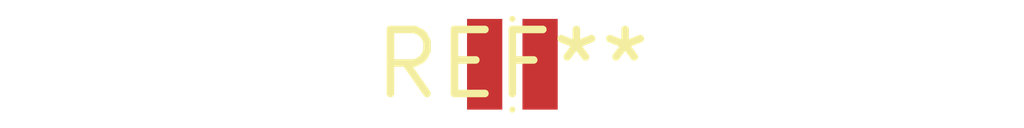
<source format=kicad_pcb>
(kicad_pcb (version 20240108) (generator pcbnew)
  (layers (0 "F.Cu" signal) (31 "B.Cu" signal) (34 "B.Paste" user) (35 "F.Paste" user) (36 "B.SilkS" user "B.Silkscreen") (37 "F.SilkS" user "F.Silkscreen") (38 "B.Mask" user) (39 "F.Mask" user) (44 "Edge.Cuts" user))
  (net 0 "")
  (footprint "L_Wuerth_MAPI-1610" (layer "F.Cu") (at 0 0)
    (property "Reference" "REF**")
    (property "Value" "L_Wuerth_MAPI-1610")
    (fp_line (start 0 -0.9) (end 0 -0.9) (layer "F.SilkS") (stroke (width 0.12)))
    (fp_line (start 0 0.9) (end 0 0.9) (layer "F.SilkS") (stroke (width 0.12)))
    (pad "1" smd rect (at -0.55 0) (size 0.7 1.8) (layers "F.Cu" "F.Paste" "F.Mask"))
    (pad "2" smd rect (at 0.55 0) (size 0.7 1.8) (layers "F.Cu" "F.Paste" "F.Mask"))
  )
)
</source>
